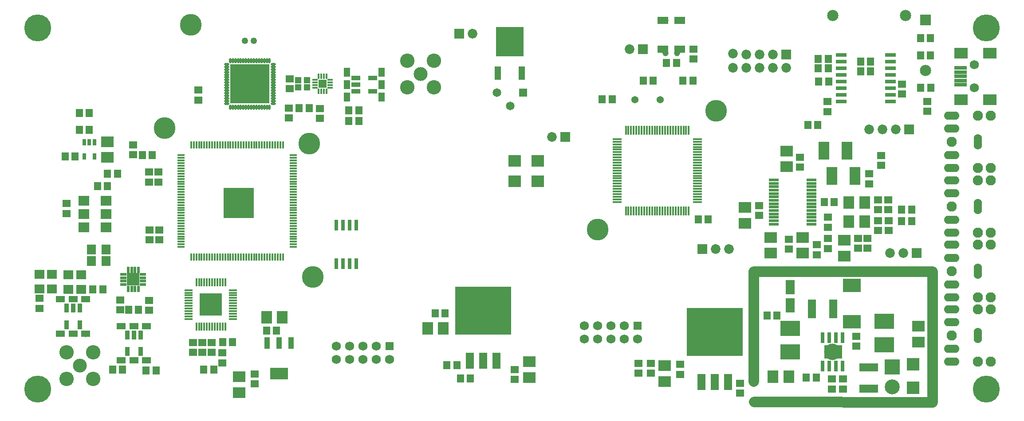
<source format=gts>
G04*
G04 #@! TF.GenerationSoftware,Altium Limited,Altium Designer,21.5.1 (32)*
G04*
G04 Layer_Color=8388736*
%FSLAX25Y25*%
%MOIN*%
G70*
G04*
G04 #@! TF.SameCoordinates,54AFFEB1-3E94-4089-A03D-164D74B6EA14*
G04*
G04*
G04 #@! TF.FilePolarity,Negative*
G04*
G01*
G75*
%ADD18C,0.07874*%
%ADD19R,0.09252X0.08465*%
%ADD20R,0.14764X0.11221*%
%ADD21R,0.05709X0.06496*%
%ADD22R,0.06299X0.12402*%
%ADD23R,0.42323X0.36024*%
%ADD24R,0.13976X0.06102*%
%ADD25R,0.06496X0.05709*%
%ADD26R,0.13583X0.10039*%
%ADD27R,0.02953X0.08465*%
%ADD28R,0.06890X0.10630*%
%ADD29R,0.06890X0.01772*%
%ADD30R,0.08465X0.13189*%
%ADD31R,0.08465X0.09252*%
%ADD32R,0.04724X0.01968*%
%ADD33R,0.01968X0.04724*%
%ADD34R,0.09488X0.09488*%
%ADD35R,0.07087X0.03583*%
%ADD36R,0.04528X0.07087*%
%ADD37R,0.05791X0.01591*%
%ADD38R,0.01591X0.05791*%
%ADD39R,0.01591X0.05791*%
%ADD40R,0.22591X0.22591*%
%ADD41R,0.06299X0.06299*%
%ADD42O,0.04134X0.01575*%
%ADD43O,0.01575X0.04134*%
%ADD44O,0.03937X0.01772*%
%ADD45O,0.01772X0.03937*%
%ADD46R,0.29724X0.29724*%
%ADD47R,0.09646X0.09646*%
%ADD48R,0.09252X0.09055*%
%ADD49R,0.07677X0.06890*%
%ADD50R,0.03583X0.07087*%
%ADD51R,0.07087X0.04528*%
%ADD52R,0.13583X0.10079*%
%ADD53R,0.07677X0.02165*%
%ADD54R,0.10433X0.08465*%
%ADD55R,0.09646X0.02559*%
%ADD56R,0.02953X0.04921*%
%ADD57R,0.01772X0.06398*%
%ADD58R,0.06398X0.01772*%
%ADD59R,0.16732X0.16732*%
%ADD60R,0.01772X0.06890*%
%ADD61R,0.06102X0.13976*%
%ADD62R,0.13386X0.09055*%
%ADD63R,0.04331X0.09055*%
%ADD64R,0.06890X0.07677*%
%ADD65R,0.08465X0.07677*%
%ADD66R,0.04921X0.04528*%
%ADD67R,0.08071X0.05709*%
%ADD68R,0.08169X0.03150*%
%ADD69R,0.04528X0.10433*%
%ADD70R,0.21063X0.22244*%
%ADD71C,0.07284*%
%ADD72R,0.07284X0.07284*%
G04:AMPARAMS|DCode=73|XSize=124.02mil|YSize=64.96mil|CornerRadius=17.72mil|HoleSize=0mil|Usage=FLASHONLY|Rotation=0.000|XOffset=0mil|YOffset=0mil|HoleType=Round|Shape=RoundedRectangle|*
%AMROUNDEDRECTD73*
21,1,0.12402,0.02953,0,0,0.0*
21,1,0.08858,0.06496,0,0,0.0*
1,1,0.03543,0.04429,-0.01476*
1,1,0.03543,-0.04429,-0.01476*
1,1,0.03543,-0.04429,0.01476*
1,1,0.03543,0.04429,0.01476*
%
%ADD73ROUNDEDRECTD73*%
G04:AMPARAMS|DCode=74|XSize=124.02mil|YSize=64.96mil|CornerRadius=17.72mil|HoleSize=0mil|Usage=FLASHONLY|Rotation=90.000|XOffset=0mil|YOffset=0mil|HoleType=Round|Shape=RoundedRectangle|*
%AMROUNDEDRECTD74*
21,1,0.12402,0.02953,0,0,90.0*
21,1,0.08858,0.06496,0,0,90.0*
1,1,0.03543,0.01476,0.04429*
1,1,0.03543,0.01476,-0.04429*
1,1,0.03543,-0.01476,-0.04429*
1,1,0.03543,-0.01476,0.04429*
%
%ADD74ROUNDEDRECTD74*%
%ADD75R,0.11221X0.11221*%
%ADD76C,0.04921*%
%ADD77C,0.06496*%
%ADD78R,0.06496X0.06496*%
%ADD79R,0.08465X0.08465*%
%ADD80C,0.08465*%
%ADD81C,0.11221*%
%ADD82R,0.16339X0.16339*%
%ADD83C,0.05391*%
%ADD84C,0.06890*%
%ADD85C,0.07677*%
%ADD86O,0.11614X0.06102*%
%ADD87O,0.06102X0.11614*%
%ADD88R,0.06496X0.06496*%
%ADD89C,0.10433*%
%ADD90C,0.10827*%
%ADD91C,0.04528*%
%ADD92C,0.02953*%
%ADD93C,0.12402*%
%ADD94C,0.16339*%
%ADD95C,0.14370*%
%ADD96C,0.20276*%
D18*
X-186516Y-198819D02*
X-52164D01*
X-186516Y-281594D02*
Y-198819D01*
X-52164Y-297419D02*
Y-198819D01*
X-186196Y-297047D02*
X-52164Y-297419D01*
D19*
X-174016Y-173228D02*
D03*
Y-185039D02*
D03*
X-62894Y-240059D02*
D03*
Y-251870D02*
D03*
X-355217Y-278543D02*
D03*
X-118576Y-175387D02*
D03*
Y-187198D02*
D03*
X-573130Y-278051D02*
D03*
Y-289862D02*
D03*
X-355217Y-266732D02*
D03*
X-149803Y-185039D02*
D03*
Y-173228D02*
D03*
X-161811Y-108268D02*
D03*
Y-120079D02*
D03*
X-672047Y-101252D02*
D03*
Y-113063D02*
D03*
X-193220Y-162480D02*
D03*
Y-150669D02*
D03*
X-253543Y-281496D02*
D03*
Y-269685D02*
D03*
D20*
X-159252Y-241689D02*
D03*
Y-259189D02*
D03*
X-88484Y-236276D02*
D03*
Y-253776D02*
D03*
D21*
X-417126Y-269291D02*
D03*
X-409646D02*
D03*
X-406988Y-279331D02*
D03*
X-399508D02*
D03*
X-139566Y-278642D02*
D03*
X-147046D02*
D03*
X-220867Y-159449D02*
D03*
X-228348D02*
D03*
X-53642Y-60728D02*
D03*
X-61122D02*
D03*
X-490749Y-77559D02*
D03*
X-483269D02*
D03*
X-483267Y-85433D02*
D03*
X-490747D02*
D03*
X-106299Y-41043D02*
D03*
X-98819D02*
D03*
X-106299Y-48228D02*
D03*
X-98819D02*
D03*
X-138484Y-88681D02*
D03*
X-145965D02*
D03*
X-693306Y-79724D02*
D03*
X-685826D02*
D03*
X-672047Y-134646D02*
D03*
X-679528D02*
D03*
X-75492Y-160827D02*
D03*
X-68012D02*
D03*
X-53839Y-23130D02*
D03*
X-61319D02*
D03*
X-418404Y-230315D02*
D03*
X-425885D02*
D03*
X-130610Y-38780D02*
D03*
X-138091D02*
D03*
X-130314Y-55807D02*
D03*
X-137794D02*
D03*
X-648722Y-227559D02*
D03*
X-656202D02*
D03*
X-668307Y-272441D02*
D03*
X-660827D02*
D03*
X-635630Y-273228D02*
D03*
X-643110D02*
D03*
X-520669Y-75984D02*
D03*
X-528150D02*
D03*
X-552560Y-243307D02*
D03*
X-545080D02*
D03*
X-138091Y-45965D02*
D03*
X-130610D02*
D03*
X-61221Y-36122D02*
D03*
X-53740D02*
D03*
X-75394Y-152264D02*
D03*
X-67914D02*
D03*
X-293011Y-69390D02*
D03*
X-300491D02*
D03*
X-239765Y-55315D02*
D03*
X-232285D02*
D03*
X-244585Y-41831D02*
D03*
X-252066D02*
D03*
X-683169Y-212205D02*
D03*
X-675689D02*
D03*
X-269587Y-55315D02*
D03*
X-262106D02*
D03*
X-685792Y-92236D02*
D03*
X-693272D02*
D03*
X-645866Y-111221D02*
D03*
X-638386D02*
D03*
X-169093Y-231791D02*
D03*
X-176574D02*
D03*
X-585631Y-251969D02*
D03*
X-578151D02*
D03*
X-592322Y-272441D02*
D03*
X-599802D02*
D03*
X-133551Y-146473D02*
D03*
X-126071D02*
D03*
X-672163Y-125357D02*
D03*
X-664683D02*
D03*
X-696426Y-112224D02*
D03*
X-703906D02*
D03*
D22*
X-399764Y-266043D02*
D03*
X-389764D02*
D03*
X-379764D02*
D03*
X-205748Y-281890D02*
D03*
X-215748D02*
D03*
X-225748D02*
D03*
D23*
X-389764Y-228248D02*
D03*
X-215748Y-244094D02*
D03*
D24*
X-100295Y-270768D02*
D03*
Y-286910D02*
D03*
D25*
X-366142Y-280020D02*
D03*
X-109547Y-247440D02*
D03*
X-119587Y-279626D02*
D03*
Y-287106D02*
D03*
X-130709Y-181496D02*
D03*
Y-174016D02*
D03*
X-131004Y-165551D02*
D03*
Y-158071D02*
D03*
X-108366Y-173820D02*
D03*
Y-181300D02*
D03*
X-231791Y-31497D02*
D03*
Y-38978D02*
D03*
X-56103Y-78247D02*
D03*
Y-70767D02*
D03*
X-640650Y-167520D02*
D03*
Y-175000D02*
D03*
X-633268Y-167520D02*
D03*
Y-175000D02*
D03*
X-512599Y-83663D02*
D03*
Y-76182D02*
D03*
X-603937Y-62402D02*
D03*
Y-69882D02*
D03*
X-366142Y-272539D02*
D03*
X-75295Y-57775D02*
D03*
Y-65255D02*
D03*
X-131102Y-71062D02*
D03*
Y-78542D02*
D03*
X-600886Y-252264D02*
D03*
Y-259744D02*
D03*
X-585827Y-267520D02*
D03*
Y-260039D02*
D03*
X-607874Y-259646D02*
D03*
Y-252165D02*
D03*
X-535039Y-61416D02*
D03*
Y-53936D02*
D03*
X-535827Y-75789D02*
D03*
Y-83269D02*
D03*
X-90847Y-111516D02*
D03*
Y-118996D02*
D03*
X-93307Y-160531D02*
D03*
Y-168012D02*
D03*
X-85138Y-160432D02*
D03*
Y-167912D02*
D03*
X-160335Y-174605D02*
D03*
Y-182085D02*
D03*
X-127854Y-287106D02*
D03*
Y-279626D02*
D03*
X-109547Y-254920D02*
D03*
X-273228Y-267912D02*
D03*
Y-275393D02*
D03*
X-652756Y-103543D02*
D03*
Y-111024D02*
D03*
X-561417Y-275786D02*
D03*
Y-283267D02*
D03*
X-593898Y-252263D02*
D03*
Y-259743D02*
D03*
X-85433Y-152264D02*
D03*
Y-144783D02*
D03*
X-151772Y-112795D02*
D03*
Y-120276D02*
D03*
X-100000Y-125394D02*
D03*
Y-132874D02*
D03*
X-101083Y-181299D02*
D03*
Y-173819D02*
D03*
X-93110Y-152265D02*
D03*
Y-144785D02*
D03*
X-139173Y-178739D02*
D03*
Y-186219D02*
D03*
X-196851Y-290356D02*
D03*
Y-282875D02*
D03*
X-182677Y-149213D02*
D03*
Y-156693D02*
D03*
X-263780Y-267912D02*
D03*
Y-275393D02*
D03*
X-640846Y-227953D02*
D03*
Y-220473D02*
D03*
X-640945Y-131496D02*
D03*
Y-124016D02*
D03*
X-633858D02*
D03*
Y-131496D02*
D03*
X-662402Y-220276D02*
D03*
Y-227756D02*
D03*
X-723305Y-226543D02*
D03*
Y-219063D02*
D03*
X-241732Y-268700D02*
D03*
Y-276180D02*
D03*
X-702756Y-155118D02*
D03*
Y-147638D02*
D03*
D26*
X-112992Y-236713D02*
D03*
Y-209350D02*
D03*
D27*
X-124859Y-248717D02*
D03*
X-129859Y-269977D02*
D03*
X-134859D02*
D03*
X-485077Y-193061D02*
D03*
X-490077D02*
D03*
X-495077D02*
D03*
X-500077D02*
D03*
Y-163927D02*
D03*
X-495077D02*
D03*
X-490077D02*
D03*
X-485077D02*
D03*
X-134859Y-248717D02*
D03*
X-129859D02*
D03*
X-119859D02*
D03*
Y-269977D02*
D03*
X-124859D02*
D03*
D28*
X-159153Y-224213D02*
D03*
Y-210433D02*
D03*
D29*
X-289370Y-111024D02*
D03*
X-228740Y-99213D02*
D03*
Y-101181D02*
D03*
Y-103150D02*
D03*
Y-105118D02*
D03*
Y-107087D02*
D03*
Y-109055D02*
D03*
Y-111024D02*
D03*
Y-112992D02*
D03*
Y-114961D02*
D03*
Y-116929D02*
D03*
Y-118898D02*
D03*
Y-120866D02*
D03*
Y-122835D02*
D03*
Y-124803D02*
D03*
Y-126772D02*
D03*
Y-128740D02*
D03*
Y-130709D02*
D03*
Y-132677D02*
D03*
Y-134646D02*
D03*
Y-136614D02*
D03*
Y-138583D02*
D03*
Y-140551D02*
D03*
Y-142520D02*
D03*
Y-144488D02*
D03*
Y-146457D02*
D03*
X-289370D02*
D03*
Y-144488D02*
D03*
Y-142520D02*
D03*
Y-140551D02*
D03*
Y-138583D02*
D03*
Y-136614D02*
D03*
Y-134646D02*
D03*
Y-132677D02*
D03*
Y-130709D02*
D03*
Y-128740D02*
D03*
Y-126772D02*
D03*
Y-124803D02*
D03*
Y-122835D02*
D03*
Y-120866D02*
D03*
Y-118898D02*
D03*
Y-116929D02*
D03*
Y-114961D02*
D03*
Y-112992D02*
D03*
Y-109055D02*
D03*
Y-107087D02*
D03*
Y-105118D02*
D03*
Y-103150D02*
D03*
Y-101181D02*
D03*
Y-99213D02*
D03*
D30*
X-116429Y-107874D02*
D03*
X-133760D02*
D03*
X-110622Y-126772D02*
D03*
X-127953D02*
D03*
D31*
X-552559Y-233268D02*
D03*
X-540748D02*
D03*
X-431595Y-241634D02*
D03*
X-419783D02*
D03*
X-103248Y-161319D02*
D03*
X-115059D02*
D03*
X-172047Y-277953D02*
D03*
X-160236D02*
D03*
X-103248Y-147047D02*
D03*
X-115059D02*
D03*
D32*
X-660039Y-200886D02*
D03*
Y-203445D02*
D03*
Y-206004D02*
D03*
Y-208563D02*
D03*
X-645472D02*
D03*
Y-206004D02*
D03*
Y-203445D02*
D03*
Y-200886D02*
D03*
D33*
X-656595Y-212008D02*
D03*
X-654036D02*
D03*
X-651476D02*
D03*
X-648917D02*
D03*
Y-197441D02*
D03*
X-651476D02*
D03*
X-654036D02*
D03*
X-656595D02*
D03*
D34*
X-652756Y-204725D02*
D03*
D35*
X-485394Y-63268D02*
D03*
X-472874D02*
D03*
Y-53268D02*
D03*
X-485394D02*
D03*
Y-58268D02*
D03*
D36*
X-466142Y-48819D02*
D03*
Y-58268D02*
D03*
Y-67717D02*
D03*
X-492126D02*
D03*
Y-58268D02*
D03*
Y-48819D02*
D03*
D37*
X-532677Y-180314D02*
D03*
Y-178346D02*
D03*
Y-176377D02*
D03*
Y-174409D02*
D03*
Y-172440D02*
D03*
Y-170472D02*
D03*
Y-168503D02*
D03*
Y-166535D02*
D03*
Y-164566D02*
D03*
Y-162598D02*
D03*
Y-160630D02*
D03*
Y-158661D02*
D03*
Y-156693D02*
D03*
Y-154724D02*
D03*
Y-152756D02*
D03*
Y-150787D02*
D03*
Y-148819D02*
D03*
Y-146850D02*
D03*
Y-144882D02*
D03*
Y-142913D02*
D03*
Y-140944D02*
D03*
Y-138976D02*
D03*
Y-137007D02*
D03*
Y-135039D02*
D03*
Y-133070D02*
D03*
Y-131102D02*
D03*
Y-129133D02*
D03*
Y-127165D02*
D03*
Y-125196D02*
D03*
Y-123228D02*
D03*
Y-121259D02*
D03*
Y-119291D02*
D03*
Y-117322D02*
D03*
Y-115354D02*
D03*
Y-113385D02*
D03*
Y-111417D02*
D03*
X-616929D02*
D03*
Y-113385D02*
D03*
Y-115354D02*
D03*
Y-117322D02*
D03*
Y-119291D02*
D03*
Y-121259D02*
D03*
Y-123228D02*
D03*
Y-125196D02*
D03*
Y-127165D02*
D03*
Y-129133D02*
D03*
Y-131102D02*
D03*
Y-133070D02*
D03*
Y-135039D02*
D03*
Y-137007D02*
D03*
Y-138976D02*
D03*
Y-140944D02*
D03*
Y-142913D02*
D03*
Y-144882D02*
D03*
Y-146850D02*
D03*
Y-148819D02*
D03*
Y-150787D02*
D03*
Y-152756D02*
D03*
Y-154724D02*
D03*
Y-156693D02*
D03*
Y-158661D02*
D03*
Y-160630D02*
D03*
Y-162598D02*
D03*
Y-164566D02*
D03*
Y-166535D02*
D03*
Y-168503D02*
D03*
Y-170472D02*
D03*
Y-172440D02*
D03*
Y-174409D02*
D03*
Y-176377D02*
D03*
Y-178346D02*
D03*
Y-180314D02*
D03*
D38*
X-540354Y-103740D02*
D03*
X-544291D02*
D03*
X-548228D02*
D03*
X-552165D02*
D03*
X-556102D02*
D03*
X-562008D02*
D03*
X-565945D02*
D03*
X-569882D02*
D03*
X-573819D02*
D03*
X-577756D02*
D03*
X-581693D02*
D03*
X-585630D02*
D03*
X-589567D02*
D03*
X-593504D02*
D03*
X-595472D02*
D03*
X-599409D02*
D03*
X-603346D02*
D03*
X-607283D02*
D03*
X-609252Y-187992D02*
D03*
X-605315D02*
D03*
X-601378D02*
D03*
X-597441D02*
D03*
X-591535D02*
D03*
X-587598D02*
D03*
X-583661D02*
D03*
X-579724D02*
D03*
X-575787D02*
D03*
X-571850D02*
D03*
X-567913D02*
D03*
X-563976D02*
D03*
X-560039D02*
D03*
X-558071D02*
D03*
X-554134D02*
D03*
X-550197D02*
D03*
X-546260D02*
D03*
X-542323D02*
D03*
D39*
Y-103740D02*
D03*
X-546260D02*
D03*
X-550197D02*
D03*
X-554134D02*
D03*
X-558071D02*
D03*
X-560039D02*
D03*
X-563976D02*
D03*
X-567913D02*
D03*
X-571850D02*
D03*
X-575787D02*
D03*
X-579724D02*
D03*
X-583661D02*
D03*
X-587598D02*
D03*
X-591535D02*
D03*
X-597441D02*
D03*
X-601378D02*
D03*
X-605315D02*
D03*
X-609252D02*
D03*
X-607283Y-187992D02*
D03*
X-603346D02*
D03*
X-599409D02*
D03*
X-595472D02*
D03*
X-593504D02*
D03*
X-589567D02*
D03*
X-585630D02*
D03*
X-581693D02*
D03*
X-577756D02*
D03*
X-573819D02*
D03*
X-569882D02*
D03*
X-565945D02*
D03*
X-562008D02*
D03*
X-556102D02*
D03*
X-552165D02*
D03*
X-548228D02*
D03*
X-544291D02*
D03*
X-540354D02*
D03*
D40*
X-573622Y-147350D02*
D03*
D41*
X-510630Y-57480D02*
D03*
D42*
X-504921Y-54528D02*
D03*
Y-56496D02*
D03*
Y-58465D02*
D03*
Y-60433D02*
D03*
X-516339D02*
D03*
Y-58465D02*
D03*
Y-56496D02*
D03*
Y-54528D02*
D03*
D43*
X-507677Y-63189D02*
D03*
X-509646D02*
D03*
X-511614D02*
D03*
X-513583D02*
D03*
Y-51772D02*
D03*
X-511614D02*
D03*
X-509646D02*
D03*
X-507677D02*
D03*
D44*
X-547638Y-72441D02*
D03*
Y-70473D02*
D03*
Y-68504D02*
D03*
Y-66536D02*
D03*
Y-64567D02*
D03*
Y-62599D02*
D03*
Y-60630D02*
D03*
Y-58662D02*
D03*
Y-56693D02*
D03*
Y-54725D02*
D03*
Y-52756D02*
D03*
Y-50788D02*
D03*
Y-48819D02*
D03*
Y-46850D02*
D03*
Y-44882D02*
D03*
Y-42913D02*
D03*
X-582677D02*
D03*
Y-44882D02*
D03*
Y-46850D02*
D03*
Y-48819D02*
D03*
Y-50788D02*
D03*
Y-52756D02*
D03*
Y-54725D02*
D03*
Y-56693D02*
D03*
Y-58662D02*
D03*
Y-60630D02*
D03*
Y-62599D02*
D03*
Y-64567D02*
D03*
Y-66536D02*
D03*
Y-68504D02*
D03*
Y-70473D02*
D03*
Y-72441D02*
D03*
D45*
X-550394Y-40157D02*
D03*
X-552362D02*
D03*
X-554331D02*
D03*
X-556299D02*
D03*
X-558268D02*
D03*
X-560236D02*
D03*
X-562205D02*
D03*
X-564173D02*
D03*
X-566142D02*
D03*
X-568110D02*
D03*
X-570079D02*
D03*
X-572047D02*
D03*
X-574016D02*
D03*
X-575984D02*
D03*
X-577953D02*
D03*
X-579921D02*
D03*
Y-75197D02*
D03*
X-577953D02*
D03*
X-575984D02*
D03*
X-574016D02*
D03*
X-572047D02*
D03*
X-570079D02*
D03*
X-568110D02*
D03*
X-566142D02*
D03*
X-564173D02*
D03*
X-562205D02*
D03*
X-560236D02*
D03*
X-558268D02*
D03*
X-556299D02*
D03*
X-554331D02*
D03*
X-552362D02*
D03*
X-550394D02*
D03*
D46*
X-565158Y-57677D02*
D03*
D47*
X-66732Y-268504D02*
D03*
Y-286221D02*
D03*
D48*
X-348721Y-130906D02*
D03*
X-366043D02*
D03*
X-348721Y-115650D02*
D03*
X-366043D02*
D03*
D49*
X-713780Y-200787D02*
D03*
Y-211811D02*
D03*
X-691732Y-201181D02*
D03*
Y-212205D02*
D03*
X-701575Y-201181D02*
D03*
Y-212205D02*
D03*
X-723327Y-200886D02*
D03*
Y-211910D02*
D03*
D50*
X-703032Y-226417D02*
D03*
Y-238937D02*
D03*
X-693032D02*
D03*
Y-226417D02*
D03*
X-698032D02*
D03*
X-652362Y-246496D02*
D03*
X-647362D02*
D03*
Y-259016D02*
D03*
X-657362D02*
D03*
Y-246496D02*
D03*
D51*
X-688583Y-245669D02*
D03*
X-698032D02*
D03*
X-707480D02*
D03*
Y-219685D02*
D03*
X-698032D02*
D03*
X-688583D02*
D03*
X-642913Y-239764D02*
D03*
X-652362D02*
D03*
X-661811D02*
D03*
Y-265748D02*
D03*
X-652362D02*
D03*
X-642913D02*
D03*
D52*
X-126965Y-259347D02*
D03*
D53*
X-143307Y-129921D02*
D03*
Y-132480D02*
D03*
Y-135039D02*
D03*
Y-137599D02*
D03*
Y-140157D02*
D03*
Y-142717D02*
D03*
Y-145276D02*
D03*
Y-147835D02*
D03*
Y-150394D02*
D03*
Y-152953D02*
D03*
Y-155512D02*
D03*
Y-158071D02*
D03*
Y-160630D02*
D03*
X-143306Y-163189D02*
D03*
X-171654D02*
D03*
Y-160630D02*
D03*
Y-158071D02*
D03*
Y-155512D02*
D03*
Y-152953D02*
D03*
Y-150394D02*
D03*
Y-147835D02*
D03*
Y-145276D02*
D03*
Y-142717D02*
D03*
Y-140157D02*
D03*
Y-137599D02*
D03*
Y-135039D02*
D03*
Y-132480D02*
D03*
Y-129921D02*
D03*
D54*
X-9055Y-34449D02*
D03*
Y-69488D02*
D03*
X-30709Y-34449D02*
D03*
Y-69488D02*
D03*
D55*
X-31102Y-45669D02*
D03*
Y-48819D02*
D03*
Y-51969D02*
D03*
Y-55118D02*
D03*
Y-58268D02*
D03*
D56*
X-682033Y-112230D02*
D03*
X-689514D02*
D03*
Y-101600D02*
D03*
X-685774D02*
D03*
X-682033D02*
D03*
D57*
X-583662Y-206937D02*
D03*
X-585630D02*
D03*
X-587599D02*
D03*
X-589567D02*
D03*
X-591536D02*
D03*
X-593504D02*
D03*
X-595472D02*
D03*
X-597441D02*
D03*
X-599409D02*
D03*
X-601378D02*
D03*
X-603346D02*
D03*
X-605315D02*
D03*
Y-240307D02*
D03*
X-603346D02*
D03*
X-601378D02*
D03*
X-599409D02*
D03*
X-597441D02*
D03*
X-595472D02*
D03*
X-593504D02*
D03*
X-591536D02*
D03*
X-589567D02*
D03*
X-587599D02*
D03*
X-585630D02*
D03*
X-583662D02*
D03*
D58*
X-611173Y-212795D02*
D03*
Y-214764D02*
D03*
Y-216732D02*
D03*
Y-218701D02*
D03*
Y-220669D02*
D03*
Y-222638D02*
D03*
Y-224606D02*
D03*
Y-226575D02*
D03*
Y-228543D02*
D03*
Y-230512D02*
D03*
Y-232480D02*
D03*
Y-234449D02*
D03*
X-577803D02*
D03*
Y-232480D02*
D03*
Y-230512D02*
D03*
Y-228543D02*
D03*
Y-226575D02*
D03*
Y-224606D02*
D03*
Y-222638D02*
D03*
Y-220669D02*
D03*
Y-218701D02*
D03*
Y-216732D02*
D03*
Y-214764D02*
D03*
Y-212795D02*
D03*
D59*
X-594488Y-223622D02*
D03*
D60*
X-235433Y-153150D02*
D03*
X-237402D02*
D03*
X-239370D02*
D03*
X-241339D02*
D03*
X-243307D02*
D03*
X-245276D02*
D03*
X-247244D02*
D03*
X-249213D02*
D03*
X-251181D02*
D03*
X-253150D02*
D03*
X-255118D02*
D03*
X-257087D02*
D03*
X-259055D02*
D03*
X-261024D02*
D03*
X-262992D02*
D03*
X-264961D02*
D03*
X-266929D02*
D03*
X-268898D02*
D03*
X-270866D02*
D03*
X-272835D02*
D03*
X-274803D02*
D03*
X-276772D02*
D03*
X-278740D02*
D03*
X-280709D02*
D03*
X-282677D02*
D03*
Y-92520D02*
D03*
X-280709D02*
D03*
X-278740D02*
D03*
X-276772D02*
D03*
X-274803D02*
D03*
X-272835D02*
D03*
X-270866D02*
D03*
X-268898D02*
D03*
X-266929D02*
D03*
X-264961D02*
D03*
X-262992D02*
D03*
X-261024D02*
D03*
X-259055D02*
D03*
X-257087D02*
D03*
X-255118D02*
D03*
X-253150D02*
D03*
X-251181D02*
D03*
X-249213D02*
D03*
X-247244D02*
D03*
X-245276D02*
D03*
X-243307D02*
D03*
X-241339D02*
D03*
X-239370D02*
D03*
X-237402D02*
D03*
X-235433D02*
D03*
D61*
X-143012Y-226772D02*
D03*
X-126870D02*
D03*
D62*
X-543307Y-275591D02*
D03*
D63*
X-552362Y-252756D02*
D03*
X-543307D02*
D03*
X-534252D02*
D03*
D64*
X-673228Y-190945D02*
D03*
X-684252D02*
D03*
X-673228Y-182283D02*
D03*
X-684252D02*
D03*
D65*
X-673228Y-155669D02*
D03*
X-689764D02*
D03*
X-673228Y-145669D02*
D03*
Y-165669D02*
D03*
X-689764D02*
D03*
Y-145669D02*
D03*
D66*
X-529035Y-60236D02*
D03*
X-522342D02*
D03*
X-529036Y-54823D02*
D03*
X-522343D02*
D03*
D67*
X-242126Y-31496D02*
D03*
Y-9843D02*
D03*
X-254725D02*
D03*
Y-31496D02*
D03*
D68*
X-83713Y-70945D02*
D03*
Y-65945D02*
D03*
Y-60945D02*
D03*
Y-55945D02*
D03*
Y-50945D02*
D03*
Y-45945D02*
D03*
Y-40945D02*
D03*
Y-35945D02*
D03*
X-120815D02*
D03*
Y-40945D02*
D03*
Y-45945D02*
D03*
Y-50945D02*
D03*
Y-55945D02*
D03*
Y-60945D02*
D03*
Y-65945D02*
D03*
Y-70945D02*
D03*
D69*
X-360925Y-49606D02*
D03*
X-379035D02*
D03*
D70*
X-369980Y-25984D02*
D03*
D71*
X-215256Y-181988D02*
D03*
X-205256Y-181988D02*
D03*
X-84193Y-184902D02*
D03*
X-74193Y-184902D02*
D03*
X-202205Y-45512D02*
D03*
Y-35012D02*
D03*
X-192205Y-45512D02*
D03*
Y-35512D02*
D03*
X-182205Y-45512D02*
D03*
Y-35512D02*
D03*
X-172205Y-45512D02*
D03*
Y-35512D02*
D03*
X-162205Y-45512D02*
D03*
X-99823Y-91890D02*
D03*
X-79823D02*
D03*
X-89823D02*
D03*
X-397756Y-19823D02*
D03*
X-338071Y-97500D02*
D03*
X-279705Y-31555D02*
D03*
D72*
X-225256Y-181988D02*
D03*
X-407756Y-19823D02*
D03*
X-64193Y-184902D02*
D03*
X-162205Y-35512D02*
D03*
X-69823Y-91890D02*
D03*
X-328071Y-97500D02*
D03*
X-269705Y-31555D02*
D03*
D73*
X-170440Y-198819D02*
D03*
X-68734Y-297342D02*
D03*
Y-198819D02*
D03*
X-170440Y-297244D02*
D03*
D74*
X-52658Y-245128D02*
D03*
X-186516Y-245079D02*
D03*
D75*
X-82579Y-270650D02*
D03*
D76*
X-562169Y-25102D02*
D03*
X-568861D02*
D03*
D77*
X-379528Y-64350D02*
D03*
X-369685Y-74193D02*
D03*
D78*
X-359843Y-64350D02*
D03*
D79*
X-57680Y-9465D02*
D03*
D80*
Y-47457D02*
D03*
X-72540Y-6398D02*
D03*
X-127067D02*
D03*
D81*
X-82579Y-285650D02*
D03*
D82*
X-573622Y-147350D02*
D03*
D83*
X-276035Y-69488D02*
D03*
X-257035D02*
D03*
D84*
X-20866Y-43305D02*
D03*
Y-60628D02*
D03*
X-480320Y-254901D02*
D03*
X-470320D02*
D03*
X-500320Y-264900D02*
D03*
X-490320D02*
D03*
X-480320D02*
D03*
X-470320D02*
D03*
X-460320D02*
D03*
X-490320Y-254901D02*
D03*
X-500320D02*
D03*
X-293819Y-239567D02*
D03*
X-283819D02*
D03*
X-313819Y-249567D02*
D03*
X-303819D02*
D03*
X-293819D02*
D03*
X-283819D02*
D03*
X-273819D02*
D03*
X-303819Y-239567D02*
D03*
X-313819D02*
D03*
D85*
X-18307Y-81496D02*
D03*
X-8465D02*
D03*
X-37992Y-101181D02*
D03*
X-18307Y-120866D02*
D03*
X-8465D02*
D03*
X-18307Y-130118D02*
D03*
X-8465D02*
D03*
X-37992Y-149803D02*
D03*
X-18307Y-169488D02*
D03*
X-8465D02*
D03*
X-18307Y-227165D02*
D03*
X-8465D02*
D03*
X-37992Y-246850D02*
D03*
X-18307Y-266535D02*
D03*
X-8465D02*
D03*
X-18307Y-178740D02*
D03*
X-8465D02*
D03*
X-37992Y-198425D02*
D03*
X-18307Y-218110D02*
D03*
X-8465D02*
D03*
D86*
X-37992Y-81496D02*
D03*
Y-120866D02*
D03*
X-37821Y-111181D02*
D03*
Y-91181D02*
D03*
X-37992Y-130118D02*
D03*
Y-169488D02*
D03*
X-37821Y-159803D02*
D03*
Y-139803D02*
D03*
X-37992Y-227165D02*
D03*
Y-266535D02*
D03*
X-37821Y-256851D02*
D03*
Y-236851D02*
D03*
X-37992Y-178740D02*
D03*
Y-218110D02*
D03*
X-37821Y-208425D02*
D03*
Y-188425D02*
D03*
D87*
X-18307Y-101181D02*
D03*
Y-149803D02*
D03*
Y-246850D02*
D03*
Y-198425D02*
D03*
D88*
X-460320Y-254901D02*
D03*
X-273819Y-239567D02*
D03*
D89*
X-437008Y-50394D02*
D03*
X-692858Y-269548D02*
D03*
D90*
X-427008Y-40394D02*
D03*
Y-60394D02*
D03*
X-447008D02*
D03*
Y-40394D02*
D03*
X-702858Y-259548D02*
D03*
X-682858D02*
D03*
Y-279548D02*
D03*
X-702858D02*
D03*
D91*
X-698032Y-219685D02*
D03*
X-243898Y-9843D02*
D03*
X-252953Y-9941D02*
D03*
X-244181Y-34455D02*
D03*
X-252838D02*
D03*
X-652362Y-239764D02*
D03*
X-642913Y-265748D02*
D03*
X-661811D02*
D03*
X-642913Y-239764D02*
D03*
X-661811D02*
D03*
X-707480Y-245669D02*
D03*
X-688681Y-245768D02*
D03*
X-688583Y-219685D02*
D03*
X-707480D02*
D03*
X-466142Y-48819D02*
D03*
X-492126Y-58268D02*
D03*
X-466142Y-67717D02*
D03*
X-492126Y-48819D02*
D03*
Y-67717D02*
D03*
D92*
X-382028Y-233661D02*
D03*
X-385945Y-230118D02*
D03*
X-374193Y-233661D02*
D03*
X-378110Y-244587D02*
D03*
X-382028D02*
D03*
X-385945Y-233661D02*
D03*
X-378110Y-223031D02*
D03*
X-382028Y-240945D02*
D03*
X-385945Y-219488D02*
D03*
Y-212106D02*
D03*
X-378110Y-230118D02*
D03*
X-374193Y-215846D02*
D03*
X-385945D02*
D03*
X-378110Y-237303D02*
D03*
X-382028Y-223031D02*
D03*
X-374193Y-212106D02*
D03*
X-378110Y-233661D02*
D03*
X-374193Y-219488D02*
D03*
Y-244587D02*
D03*
Y-230118D02*
D03*
Y-223031D02*
D03*
Y-237303D02*
D03*
X-382028Y-230118D02*
D03*
X-385945Y-226476D02*
D03*
X-378110Y-219488D02*
D03*
Y-215846D02*
D03*
X-385945Y-240945D02*
D03*
X-382028Y-237303D02*
D03*
X-385945Y-244587D02*
D03*
X-382028Y-215846D02*
D03*
X-385945Y-237303D02*
D03*
Y-223031D02*
D03*
X-378110Y-212106D02*
D03*
X-382028Y-219488D02*
D03*
X-378110Y-240945D02*
D03*
Y-226476D02*
D03*
X-382028D02*
D03*
X-374193D02*
D03*
Y-240945D02*
D03*
X-382028Y-212106D02*
D03*
X-370276Y-244587D02*
D03*
X-389862D02*
D03*
X-370276Y-240945D02*
D03*
X-389862D02*
D03*
X-370276Y-237303D02*
D03*
X-389862D02*
D03*
X-370276Y-233661D02*
D03*
X-389862D02*
D03*
X-370276Y-230118D02*
D03*
X-389862D02*
D03*
X-370276Y-226476D02*
D03*
X-389862D02*
D03*
X-370276Y-223031D02*
D03*
X-389862D02*
D03*
X-370276Y-219488D02*
D03*
X-389862D02*
D03*
X-370276Y-215846D02*
D03*
X-389862D02*
D03*
Y-212106D02*
D03*
X-370276D02*
D03*
D93*
X-127422Y-259268D02*
D03*
D94*
X-517913Y-202953D02*
D03*
X-520374Y-102461D02*
D03*
X-303740Y-167224D02*
D03*
X-565158Y-57677D02*
D03*
X-214961Y-77854D02*
D03*
X-629232Y-91043D02*
D03*
X-609547Y-13091D02*
D03*
D95*
X-594685Y-223721D02*
D03*
D96*
X-11811Y-15748D02*
D03*
Y-287402D02*
D03*
X-724409Y-15748D02*
D03*
Y-287402D02*
D03*
M02*

</source>
